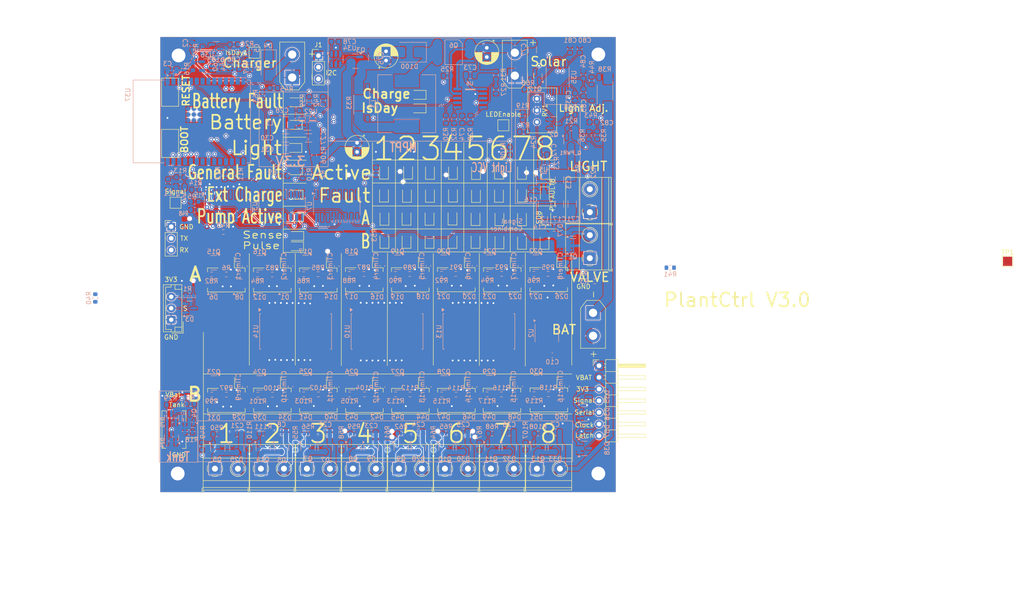
<source format=kicad_pcb>
(kicad_pcb
	(version 20240108)
	(generator "pcbnew")
	(generator_version "8.0")
	(general
		(thickness 1.6)
		(legacy_teardrops no)
	)
	(paper "A4")
	(layers
		(0 "F.Cu" signal)
		(1 "In1.Cu" signal)
		(2 "In2.Cu" signal)
		(31 "B.Cu" signal)
		(32 "B.Adhes" user "B.Adhesive")
		(33 "F.Adhes" user "F.Adhesive")
		(34 "B.Paste" user)
		(35 "F.Paste" user)
		(36 "B.SilkS" user "B.Silkscreen")
		(37 "F.SilkS" user "F.Silkscreen")
		(38 "B.Mask" user)
		(39 "F.Mask" user)
		(40 "Dwgs.User" user "User.Drawings")
		(41 "Cmts.User" user "User.Comments")
		(42 "Eco1.User" user "User.Eco1")
		(43 "Eco2.User" user "User.Eco2")
		(44 "Edge.Cuts" user)
		(45 "Margin" user)
		(46 "B.CrtYd" user "B.Courtyard")
		(47 "F.CrtYd" user "F.Courtyard")
		(48 "B.Fab" user)
		(49 "F.Fab" user)
	)
	(setup
		(stackup
			(layer "F.SilkS"
				(type "Top Silk Screen")
			)
			(layer "F.Paste"
				(type "Top Solder Paste")
			)
			(layer "F.Mask"
				(type "Top Solder Mask")
				(thickness 0.01)
			)
			(layer "F.Cu"
				(type "copper")
				(thickness 0.035)
			)
			(layer "dielectric 1"
				(type "prepreg")
				(thickness 0.1)
				(material "FR4")
				(epsilon_r 4.5)
				(loss_tangent 0.02)
			)
			(layer "In1.Cu"
				(type "copper")
				(thickness 0.035)
			)
			(layer "dielectric 2"
				(type "core")
				(thickness 1.24)
				(material "FR4")
				(epsilon_r 4.5)
				(loss_tangent 0.02)
			)
			(layer "In2.Cu"
				(type "copper")
				(thickness 0.035)
			)
			(layer "dielectric 3"
				(type "prepreg")
				(thickness 0.1)
				(material "FR4")
				(epsilon_r 4.5)
				(loss_tangent 0.02)
			)
			(layer "B.Cu"
				(type "copper")
				(thickness 0.035)
			)
			(layer "B.Mask"
				(type "Bottom Solder Mask")
				(thickness 0.01)
			)
			(layer "B.Paste"
				(type "Bottom Solder Paste")
			)
			(layer "B.SilkS"
				(type "Bottom Silk Screen")
			)
			(copper_finish "HAL lead-free")
			(dielectric_constraints no)
		)
		(pad_to_mask_clearance 0.05)
		(allow_soldermask_bridges_in_footprints no)
		(aux_axis_origin 68.58 26.67)
		(grid_origin 68.58 26.67)
		(pcbplotparams
			(layerselection 0x003ffff_ffffffff)
			(plot_on_all_layers_selection 0x0000000_00000000)
			(disableapertmacros no)
			(usegerberextensions no)
			(usegerberattributes no)
			(usegerberadvancedattributes no)
			(creategerberjobfile no)
			(dashed_line_dash_ratio 12.000000)
			(dashed_line_gap_ratio 3.000000)
			(svgprecision 4)
			(plotframeref no)
			(viasonmask no)
			(mode 1)
			(useauxorigin no)
			(hpglpennumber 1)
			(hpglpenspeed 20)
			(hpglpendiameter 15.000000)
			(pdf_front_fp_property_popups yes)
			(pdf_back_fp_property_popups yes)
			(dxfpolygonmode yes)
			(dxfimperialunits yes)
			(dxfusepcbnewfont yes)
			(psnegative no)
			(psa4output no)
			(plotreference yes)
			(plotvalue yes)
			(plotfptext yes)
			(plotinvisibletext no)
			(sketchpadsonfab no)
			(subtractmaskfromsilk no)
			(outputformat 1)
			(mirror no)
			(drillshape 0)
			(scaleselection 1)
			(outputdirectory "gerber/")
		)
	)
	(net 0 "")
	(net 1 "EN")
	(net 2 "VBAT")
	(net 3 "GND")
	(net 4 "S1")
	(net 5 "G1")
	(net 6 "3_3V")
	(net 7 "Temp")
	(net 8 "S2")
	(net 9 "G2")
	(net 10 "S3")
	(net 11 "Net-(U22-BST)")
	(net 12 "Net-(PUMP2-Pin_1)")
	(net 13 "PUMP_ENABLE")
	(net 14 "TANK_SENSOR")
	(net 15 "Net-(PUMP3-Pin_1)")
	(net 16 "Net-(PUMP4-Pin_1)")
	(net 17 "Net-(PUMP1-Pin_1)")
	(net 18 "Net-(PUMP5-Pin_1)")
	(net 19 "Net-(PUMP6-Pin_1)")
	(net 20 "Net-(PUMP7-Pin_1)")
	(net 21 "Net-(PUMP8-Pin_1)")
	(net 22 "SerialOut")
	(net 23 "Clock")
	(net 24 "Latch")
	(net 25 "Net-(Q1-G)")
	(net 26 "G3")
	(net 27 "ESP_RX")
	(net 28 "ESP_TX")
	(net 29 "Net-(Boot1-Pad2)")
	(net 30 "SDA")
	(net 31 "SCL")
	(net 32 "G4")
	(net 33 "S4")
	(net 34 "Net-(D10-K)")
	(net 35 "Net-(Q5-G)")
	(net 36 "G5")
	(net 37 "Net-(Q7-G)")
	(net 38 "Net-(Q8-G)")
	(net 39 "Net-(Q9-G)")
	(net 40 "Net-(Q10-G)")
	(net 41 "Net-(Q11-G)")
	(net 42 "Net-(Q4-G)")
	(net 43 "Net-(Q13-G)")
	(net 44 "Net-(Q14-G)")
	(net 45 "Net-(D78-A)")
	(net 46 "S5")
	(net 47 "Net-(C5-Pad2)")
	(net 48 "S6")
	(net 49 "G6")
	(net 50 "S7")
	(net 51 "PUMP1")
	(net 52 "G7")
	(net 53 "PUMP3")
	(net 54 "G8")
	(net 55 "Net-(R14-Pad2)")
	(net 56 "PUMP4")
	(net 57 "PUMP5")
	(net 58 "PUMP6")
	(net 59 "PUMP7")
	(net 60 "PUMP8")
	(net 61 "PUMP2")
	(net 62 "USB_D+")
	(net 63 "USB_D-")
	(net 64 "Net-(D78-K)")
	(net 65 "S8")
	(net 66 "SIGNAL")
	(net 67 "SerialIn")
	(net 68 "S9")
	(net 69 "G9")
	(net 70 "S10")
	(net 71 "G10")
	(net 72 "G11")
	(net 73 "S11")
	(net 74 "G12")
	(net 75 "S12")
	(net 76 "S13")
	(net 77 "G13")
	(net 78 "S14")
	(net 79 "G14")
	(net 80 "S15")
	(net 81 "G15")
	(net 82 "S16")
	(net 83 "G16")
	(net 84 "CD1")
	(net 85 "CD2")
	(net 86 "CD3")
	(net 87 "CD4")
	(net 88 "CD5")
	(net 89 "Net-(D10-A)")
	(net 90 "Net-(D2-K)")
	(net 91 "CD6")
	(net 92 "CD7")
	(net 93 "Net-(U2-CV)")
	(net 94 "CD8")
	(net 95 "CD9")
	(net 96 "CD10")
	(net 97 "CD11")
	(net 98 "CD12")
	(net 99 "CD13")
	(net 100 "CD14")
	(net 101 "CD15")
	(net 102 "CD16")
	(net 103 "1K_3_3")
	(net 104 "Net-(P_FAULT1-K)")
	(net 105 "CD_Probe")
	(net 106 "SENSORS_ON")
	(net 107 "unconnected-(U7-QH-Pad7)")
	(net 108 "unconnected-(U7-QF-Pad5)")
	(net 109 "unconnected-(U7-QG-Pad6)")
	(net 110 "Net-(P_FAULT8-A)")
	(net 111 "Net-(CD1-K)")
	(net 112 "Net-(SIGNAL1-K)")
	(net 113 "MS4")
	(net 114 "MS1")
	(net 115 "MS0")
	(net 116 "MS3")
	(net 117 "MS2")
	(net 118 "unconnected-(U2-DIS-Pad7)")
	(net 119 "IsDay")
	(net 120 "S_VIN")
	(net 121 "Net-(P_FAULT1-A)")
	(net 122 "Net-(P_FAULT2-A)")
	(net 123 "Net-(P_FAULT3-A)")
	(net 124 "Net-(P_FAULT4-A)")
	(net 125 "Net-(P_FAULT5-A)")
	(net 126 "Net-(P_FAULT6-A)")
	(net 127 "Net-(P_FAULT7-A)")
	(net 128 "5K_VBAT")
	(net 129 "Net-(U1-QH')")
	(net 130 "Net-(U3-QH')")
	(net 131 "/Light_In")
	(net 132 "Net-(U5-BST)")
	(net 133 "Net-(Q2-G)")
	(net 134 "Net-(Q2-D)")
	(net 135 "Net-(Q_PWR1-G)")
	(net 136 "Net-(Q_PWR1-D)")
	(net 137 "LED_ENABLE")
	(net 138 "Net-(I2C3-A)")
	(net 139 "Net-(R24-Pad2)")
	(net 140 "Net-(U5-FB)")
	(net 141 "/Light+")
	(net 142 "Net-(U6-VG)")
	(net 143 "Net-(C74-Pad1)")
	(net 144 "Net-(D98-K)")
	(net 145 "Net-(D98-A)")
	(net 146 "Net-(D100-K)")
	(net 147 "Net-(L3-Pad2)")
	(net 148 "Net-(Q6-G)")
	(net 149 "Net-(U6-MPPT)")
	(net 150 "Net-(U6-COM)")
	(net 151 "Net-(U6-BAT)")
	(net 152 "Net-(U6-FB)")
	(net 153 "Net-(U6-CSP)")
	(net 154 "/3_3IN")
	(net 155 "/Light_cool")
	(net 156 "/3_3V_cool")
	(net 157 "Net-(Q3-S)")
	(net 158 "Net-(U34-VCAP)")
	(net 159 "Net-(Q3-G)")
	(net 160 "Net-(J3-Pin_1)")
	(net 161 "ENABLE_TANK")
	(net 162 "Net-(battery1-Pin_1)")
	(net 163 "Net-(U35-BAT)")
	(net 164 "Net-(U35-SRP)")
	(net 165 "Net-(U35-SRN)")
	(net 166 "Net-(D76-K)")
	(net 167 "Net-(D76-A)")
	(net 168 "Net-(D13-A)")
	(net 169 "Net-(R38-Pad2)")
	(net 170 "Net-(R38-Pad3)")
	(net 171 "BAT_LED")
	(net 172 "BAT_ALERT")
	(net 173 "unconnected-(U35-P6{slash}TS-Pad11)")
	(net 174 "unconnected-(U35-P5{slash}HDQ-Pad12)")
	(net 175 "REG25")
	(net 176 "Net-(C88-Pad1)")
	(net 177 "Net-(U36-+)")
	(net 178 "Net-(U36--)")
	(net 179 "Net-(D11-A)")
	(net 180 "unconnected-(U37-IO4-Pad4)")
	(net 181 "unconnected-(U37-IO21-Pad19)")
	(net 182 "unconnected-(U37-NC-Pad22)")
	(net 183 "unconnected-(U37-IO7-Pad7)")
	(net 184 "unconnected-(U37-IO1-Pad9)")
	(net 185 "unconnected-(U37-IO0-Pad8)")
	(net 186 "Net-(U37-IO8)")
	(net 187 "BOOT_SEL")
	(net 188 "WARN_LED")
	(net 189 "Net-(Q15-C)")
	(net 190 "Net-(Q16-C)")
	(net 191 "Net-(Q17-C)")
	(net 192 "Net-(Q18-C)")
	(net 193 "Net-(Q19-C)")
	(net 194 "Net-(Q20-C)")
	(net 195 "Net-(Q21-C)")
	(net 196 "Net-(Q22-C)")
	(net 197 "Net-(Q23-C)")
	(net 198 "Net-(Q24-C)")
	(net 199 "Net-(Q25-C)")
	(net 200 "Net-(Q26-C)")
	(net 201 "Net-(Q27-C)")
	(net 202 "Net-(Q28-C)")
	(net 203 "Net-(Q29-C)")
	(net 204 "Net-(Q30-C)")
	(net 205 "Net-(Q15-B)")
	(net 206 "Net-(Q16-B)")
	(net 207 "Net-(Q17-B)")
	(net 208 "Net-(Q18-B)")
	(net 209 "Net-(Q19-B)")
	(net 210 "Net-(Q20-B)")
	(net 211 "Net-(Q21-B)")
	(net 212 "Net-(Q22-B)")
	(net 213 "Net-(Q23-B)")
	(net 214 "Net-(Q24-B)")
	(net 215 "Net-(Q25-B)")
	(net 216 "Net-(Q26-B)")
	(net 217 "Net-(Q27-B)")
	(net 218 "Net-(Q28-B)")
	(net 219 "Net-(Q29-B)")
	(net 220 "Net-(Q30-B)")
	(footprint "Connector_JST:JST_PH_B2B-PH-SM4-TB_1x02-1MP_P2.00mm_Vertical" (layer "F.Cu") (at 204.58 117.92 180))
	(footprint "Button_Switch_SMD:SW_SPST_CK_RS282G05A3" (layer "F.Cu") (at 172.33 52.67 90))
	(footprint "Connector_JST:JST_PH_B2B-PH-SM4-TB_1x02-1MP_P2.00mm_Vertical" (layer "F.Cu") (at 194.555 91.77 180))
	(footprint "Connector_AMASS:AMASS_XT30UPB-M_1x02_P5.0mm_Vertical" (layer "F.Cu") (at 247.28 49.07 90))
	(footprint "LED_SMD:LED_0805_2012Metric" (layer "F.Cu") (at 199.53 74.9575 180))
	(footprint "Button_Switch_SMD:SW_SPST_CK_RS282G05A3" (layer "F.Cu") (at 172.33 63.82 -90))
	(footprint "LED_SMD:LED_0805_2012Metric" (layer "F.Cu") (at 223.73 84.945 90))
	(footprint "LED_SMD:LED_0805_2012Metric" (layer "F.Cu") (at 218.83 74.8825 90))
	(footprint "LED_SMD:LED_0805_2012Metric" (layer "F.Cu") (at 228.83 74.92 90))
	(footprint "LED_SMD:LED_0805_2012Metric" (layer "F.Cu") (at 243.93 80.02 90))
	(footprint "Connector_JST:JST_PH_B2B-PH-SM4-TB_1x02-1MP_P2.00mm_Vertical" (layer "F.Cu") (at 254.655 91.67 180))
	(footprint "LED_SMD:LED_0805_2012Metric" (layer "F.Cu") (at 238.73 84.945 90))
	(footprint "Connector_AMASS:AMASS_XT30UPB-F_1x02_P5.0mm_Vertical" (layer "F.Cu") (at 264.28 100.67 -90))
	(footprint "LED_SMD:LED_0805_2012Metric" (layer "F.Cu") (at 243.93 85.045 90))
	(footprint "Connector_JST:JST_PH_B2B-PH-SM4-TB_1x02-1MP_P2.00mm_Vertical" (layer "F.Cu") (at 184.58 117.97 180))
	(footprint "LED_SMD:LED_0805_2012Metric" (layer "F.Cu") (at 199.655 86.195 180))
	(footprint "Connector_JST:JST_PH_B2B-PH-SM4-TB_1x02-1MP_P2.00mm_Vertical" (layer "F.Cu") (at 254.68 117.87 180))
	(footprint "TerminalBlock_Phoenix:TerminalBlock_Phoenix_MKDS-1,5-2_1x02_P5.00mm_Horizontal" (layer "F.Cu") (at 232.08 134.575))
	(footprint "TerminalBlock_Phoenix:TerminalBlock_Phoenix_MKDS-1,5-2_1x02_P5.00mm_Horizontal" (layer "F.Cu") (at 242.08 134.575))
	(footprint "TerminalBlock_Phoenix:TerminalBlock_Phoenix_MKDS-1,5-2_1x02_P5.00mm_Horizontal" (layer "F.Cu") (at 263.58 88.77 90))
	(footprint "LED_SMD:LED_0805_2012Metric" (layer "F.Cu") (at 248.83 85.145 90))
	(footprint "LED_SMD:LED_0805_2012Metric" (layer "F.Cu") (at 248.83 80.02 90))
	(footprint "Connector_JST:JST_EH_B3B-EH-A_1x03_P2.50mm_Vertical" (layer "F.Cu") (at 172.58 102.17 90))
	(footprint "Connector_JST:JST_PH_B2B-PH-SM4-TB_1x02-1MP_P2.00mm_Vertical" (layer "F.Cu") (at 224.58 117.97 180))
	(footprint "LED_SMD:LED_0805_2012Metric" (layer "F.Cu") (at 199.43 69.6575 180))
	(footprint "Connector_PinHeader_2.54mm:PinHeader_1x07_P2.54mm_Horizontal" (layer "F.Cu") (at 265.58 112.17))
	(footprint "LED_SMD:LED_0805_2012Metric" (layer "F.Cu") (at 218.93 84.945 90))
	(footprint "LED_SMD:LED_0805_2012Metric" (layer "F.Cu") (at 243.83 69.8825 90))
	(footprint "LED_SMD:LED_0805_2012Metric" (layer "F.Cu") (at 228.73 84.945 90))
	(footprint "LED_SMD:LED_0805_2012Metric"
		(layer "F.Cu")
		(uuid "3e264d88-e34f-4afa-907d-260199485ce3")
		(at 233.83 74.8825 90)
		(descr "LED SMD 0805 (2012 Metric), square (rectangular) end terminal, IPC_7351 nominal, (Body size source: https://docs.google.com/spreadsheets/d/1BsfQQcO9C6DZCsRaXUlFlo91Tg2WpOkGARC1WS5S8t0/edit?usp=sharing), generated with kicad-footprint-generator")
		(tags "LED")
		(property "Reference" "P_FAULT4"
			(at 0 -1.65 90)
			(layer "F.SilkS")
			(hide yes)
			(uuid "c6e6a288-12c6-4e07-9512-07cd34254b2b")
			(effects
				(font
					(size 1 1)
					(thickness 0.15)
				)
			)
		)
		(property "Value" "RED"
			(at 0 1.65 90)
			(layer "F.Fab")
			(uuid "55e2b814-ff6e-4440-8e20-4d8382697d1f")
			(effects
				(font
					(size 1 1)
					(thickness 0.15)
				)
			)
		)
		(property "Footprint" "LED_SMD:LED_0805_2012Metric"
			(at 0 0 90)
			(unlocked yes)
			(layer "F.Fab")
			(hide yes)
			(uuid "ac3128fe-320d-43b9-a215-a62750e6f314")
			(effects
				(font
					(size 1.27 1.27)
				)
			)
		)
		(property "Datasheet" ""
			(at 0 0 90)
			(unlocked yes)
			(layer "F.Fab")
			(hide yes)
			(uuid "8ae1fc93-5bbb-4abe-9a60-40c32e012322")
			(effects
				(font
					(size 1.27 1.27)
				)
			)
		)
		(property "Description" ""
			(at 0 0 90)
			(unlocked yes)
			(layer "F.Fab")
			(hide yes)
			(uuid "ff9fe293-9a94-4964-8c6c-03b61d8e8394")
			(effects
				(font
					(size 1.27 1.27)
				)
			)
... [3362196 chars truncated]
</source>
